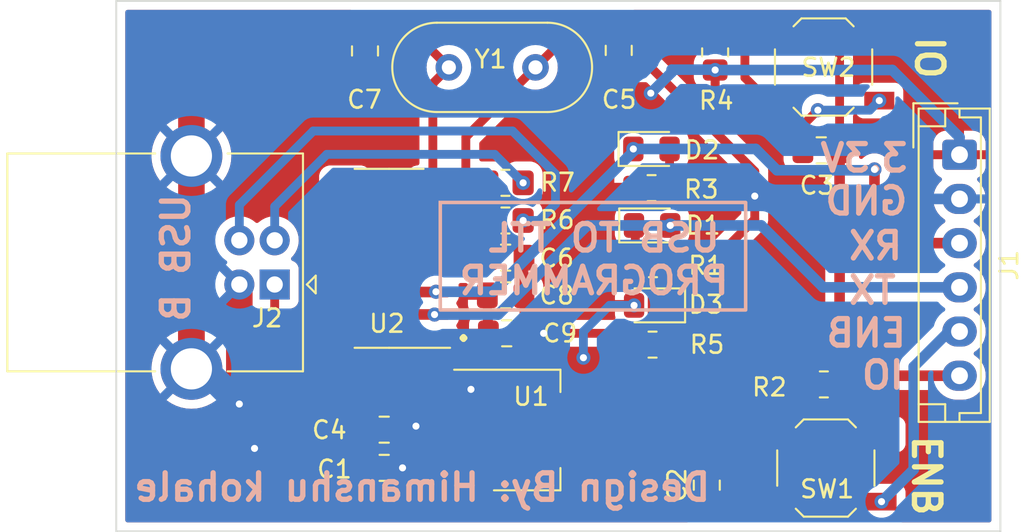
<source format=kicad_pcb>
(kicad_pcb (version 20211014) (generator pcbnew)
  (layers (0 "F.Cu" signal) (31 "B.Cu" signal) (34 "B.Paste" user) (35 "F.Paste" user) (36 "B.SilkS" user "B.Silkscreen") (37 "F.SilkS" user "F.Silkscreen") (38 "B.Mask" user) (39 "F.Mask" user) (44 "Edge.Cuts" user))
  (net 0 "")
  (net 1 "VBUS")
  (net 2 "GND")
  (net 3 "ENB")
  (net 4 "Net-(C2-Pad2)")
  (net 5 "IO")
  (net 6 "Net-(C3-Pad2)")
  (net 7 "3.3V")
  (net 8 "Net-(C5-Pad1)")
  (net 9 "Net-(C6-Pad1)")
  (net 10 "Net-(C7-Pad1)")
  (net 11 "Net-(D1-Pad1)")
  (net 12 "TX")
  (net 13 "RX")
  (net 14 "Net-(D2-Pad2)")
  (net 15 "Net-(D3-Pad1)")
  (net 16 "USB_N")
  (net 17 "USB_P")
  (net 18 "Net-(R6-Pad2)")
  (net 19 "Net-(R7-Pad2)")
  (footprint "Crystal:Crystal_HC18-U_Vertical" (layer "F.Cu") (at 135.28 79.76)
    (fp_text reference "Y1" (at 2.36 -0.46) (layer "F.SilkS"))
    (fp_text value "12MHz")
    (fp_line (start -0.675 -2.525) (end 5.575 -2.525) (layer "F.SilkS") (width 0.12))
    (fp_line (start -0.675 2.525) (end 5.575 2.525) (layer "F.SilkS") (width 0.12))
    (fp_arc (start -0.675 2.525) (mid -3.2 0) (end -0.675 -2.525) (layer "F.SilkS") (width 0.12))
    (fp_arc (start 5.575 -2.525) (mid 8.1 0) (end 5.575 2.525) (layer "F.SilkS") (width 0.12))
    (pad "1" thru_hole circle (at 0 0) (size 1.5 1.5) (drill 0.8) (layers *.Cu *.Mask) (net 10 "Net-(C7-Pad1)"))
    (pad "2" thru_hole circle (at 4.9 0) (size 1.5 1.5) (drill 0.8) (layers *.Cu *.Mask) (net 8 "Net-(C5-Pad1)"))
  )
  (footprint "Capacitor_SMD:C_0805_2012Metric_Pad1.18x1.45mm_HandSolder" (layer "F.Cu") (at 138.4925 90.52)
    (fp_text reference "C6" (at 2.8875 0.04) (layer "F.SilkS"))
    (fp_text value "0.1uf")
    (fp_line (start -0.261252 -0.735) (end 0.261252 -0.735) (layer "F.SilkS") (width 0.12))
    (fp_line (start -0.261252 0.735) (end 0.261252 0.735) (layer "F.SilkS") (width 0.12))
    (pad "1" smd roundrect (at -1.0375 0) (size 1.175 1.45) (layers "F.Cu" "F.Paste" "F.Mask") (roundrect_rratio 0.212766) (net 9 "Net-(C6-Pad1)"))
    (pad "2" smd roundrect (at 1.0375 0) (size 1.175 1.45) (layers "F.Cu" "F.Paste" "F.Mask") (roundrect_rratio 0.212766) (net 2 "GND"))
  )
  (footprint "Resistor_SMD:R_0805_2012Metric_Pad1.20x1.40mm_HandSolder" (layer "F.Cu") (at 146.8 95.44 180)
    (fp_text reference "R5" (at -3.08 0) (layer "F.SilkS"))
    (fp_text value "4.7k")
    (fp_line (start -0.227064 0.735) (end 0.227064 0.735) (layer "F.SilkS") (width 0.12))
    (fp_line (start -0.227064 -0.735) (end 0.227064 -0.735) (layer "F.SilkS") (width 0.12))
    (pad "1" smd roundrect (at -1 0 180) (size 1.2 1.4) (layers "F.Cu" "F.Paste" "F.Mask") (roundrect_rratio 0.208333) (net 15 "Net-(D3-Pad1)"))
    (pad "2" smd roundrect (at 1 0 180) (size 1.2 1.4) (layers "F.Cu" "F.Paste" "F.Mask") (roundrect_rratio 0.208333) (net 2 "GND"))
  )
  (footprint "Package_SO:SOIC-16_3.9x9.9mm_P1.27mm" (layer "F.Cu") (at 131.9 90.56 180)
    (fp_text reference "U2" (at 0.1225 -3.69) (layer "F.SilkS"))
    (fp_text value "CH340G")
    (fp_line (start 0 5.06) (end -1.95 5.06) (layer "F.SilkS") (width 0.12))
    (fp_line (start 0 5.06) (end 1.95 5.06) (layer "F.SilkS") (width 0.12))
    (fp_line (start 0 -5.06) (end -3.45 -5.06) (layer "F.SilkS") (width 0.12))
    (fp_line (start 0 -5.06) (end 1.95 -5.06) (layer "F.SilkS") (width 0.12))
    (pad "1" smd roundrect (at -2.475 -4.445 180) (size 1.95 0.6) (layers "F.Cu" "F.Paste" "F.Mask") (net 2 "GND"))
    (pad "2" smd roundrect (at -2.475 -3.175 180) (size 1.95 0.6) (layers "F.Cu" "F.Paste" "F.Mask") (net 12 "TX"))
    (pad "3" smd roundrect (at -2.475 -1.905 180) (size 1.95 0.6) (layers "F.Cu" "F.Paste" "F.Mask") (net 13 "RX"))
    (pad "4" smd roundrect (at -2.475 -0.635 180) (size 1.95 0.6) (layers "F.Cu" "F.Paste" "F.Mask") (net 9 "Net-(C6-Pad1)"))
    (pad "5" smd roundrect (at -2.475 0.635 180) (size 1.95 0.6) (layers "F.Cu" "F.Paste" "F.Mask") (net 18 "Net-(R6-Pad2)"))
    (pad "6" smd roundrect (at -2.475 1.905 180) (size 1.95 0.6) (layers "F.Cu" "F.Paste" "F.Mask") (net 19 "Net-(R7-Pad2)"))
    (pad "7" smd roundrect (at -2.475 3.175 180) (size 1.95 0.6) (layers "F.Cu" "F.Paste" "F.Mask") (net 8 "Net-(C5-Pad1)"))
    (pad "8" smd roundrect (at -2.475 4.445 180) (size 1.95 0.6) (layers "F.Cu" "F.Paste" "F.Mask") (net 10 "Net-(C7-Pad1)"))
    (pad "9" smd roundrect (at 2.475 4.445 180) (size 1.95 0.6) (layers "F.Cu" "F.Paste" "F.Mask"))
    (pad "10" smd roundrect (at 2.475 3.175 180) (size 1.95 0.6) (layers "F.Cu" "F.Paste" "F.Mask"))
    (pad "11" smd roundrect (at 2.475 1.905 180) (size 1.95 0.6) (layers "F.Cu" "F.Paste" "F.Mask"))
    (pad "12" smd roundrect (at 2.475 0.635 180) (size 1.95 0.6) (layers "F.Cu" "F.Paste" "F.Mask"))
    (pad "13" smd roundrect (at 2.475 -0.635 180) (size 1.95 0.6) (layers "F.Cu" "F.Paste" "F.Mask"))
    (pad "14" smd roundrect (at 2.475 -1.905 180) (size 1.95 0.6) (layers "F.Cu" "F.Paste" "F.Mask"))
    (pad "15" smd roundrect (at 2.475 -3.175 180) (size 1.95 0.6) (layers "F.Cu" "F.Paste" "F.Mask"))
    (pad "16" smd roundrect (at 2.475 -4.445 180) (size 1.95 0.6) (layers "F.Cu" "F.Paste" "F.Mask") (net 7 "3.3V"))
  )
  (footprint "Capacitor_SMD:C_0805_2012Metric_Pad1.18x1.45mm_HandSolder" (layer "F.Cu") (at 138.5525 94.8)
    (fp_text reference "C9" (at 3.0075 0) (layer "F.SilkS"))
    (fp_text value "22uf")
    (fp_line (start -0.261252 -0.735) (end 0.261252 -0.735) (layer "F.SilkS") (width 0.12))
    (fp_line (start -0.261252 0.735) (end 0.261252 0.735) (layer "F.SilkS") (width 0.12))
    (pad "1" smd roundrect (at -1.0375 0) (size 1.175 1.45) (layers "F.Cu" "F.Paste" "F.Mask") (roundrect_rratio 0.212766) (net 7 "3.3V"))
    (pad "2" smd roundrect (at 1.0375 0) (size 1.175 1.45) (layers "F.Cu" "F.Paste" "F.Mask") (roundrect_rratio 0.212766) (net 2 "GND"))
  )
  (footprint "Package_TO_SOT_SMD:SOT-223-3_TabPin2" (layer "F.Cu") (at 139.68 100.27)
    (fp_text reference "U1" (at 0.2475 -1.89) (layer "F.SilkS"))
    (fp_text value "AMS1117-3.3")
    (fp_line (start 1.91 -3.41) (end 1.91 -2.15) (layer "F.SilkS") (width 0.12))
    (fp_line (start -4.1 -3.41) (end 1.91 -3.41) (layer "F.SilkS") (width 0.12))
    (fp_line (start 1.91 3.41) (end 1.91 2.15) (layer "F.SilkS") (width 0.12))
    (fp_line (start -1.85 3.41) (end 1.91 3.41) (layer "F.SilkS") (width 0.12))
    (pad "1" smd rect (at -3.15 -2.3) (size 2 1.5) (layers "F.Cu" "F.Paste" "F.Mask") (net 2 "GND"))
    (pad "2" smd rect (at -3.15 0) (size 2 1.5) (layers "F.Cu" "F.Paste" "F.Mask") (net 7 "3.3V"))
    (pad "2" smd rect (at 3.15 0) (size 2 3.8) (layers "F.Cu" "F.Paste" "F.Mask") (net 7 "3.3V"))
    (pad "3" smd rect (at -3.15 2.3) (size 2 1.5) (layers "F.Cu" "F.Paste" "F.Mask") (net 1 "VBUS"))
  )
  (footprint "Capacitor_SMD:C_0805_2012Metric_Pad1.18x1.45mm_HandSolder" (layer "F.Cu") (at 156.34 84.45 180)
    (fp_text reference "C3" (at 0.24 -1.99) (layer "F.SilkS"))
    (fp_text value "0.1uf")
    (fp_line (start -0.261252 -0.735) (end 0.261252 -0.735) (layer "F.SilkS") (width 0.12))
    (fp_line (start -0.261252 0.735) (end 0.261252 0.735) (layer "F.SilkS") (width 0.12))
    (pad "1" smd roundrect (at -1.0375 0 180) (size 1.175 1.45) (layers "F.Cu" "F.Paste" "F.Mask") (roundrect_rratio 0.212766) (net 5 "IO"))
    (pad "2" smd roundrect (at 1.0375 0 180) (size 1.175 1.45) (layers "F.Cu" "F.Paste" "F.Mask") (roundrect_rratio 0.212766) (net 6 "Net-(C3-Pad2)"))
  )
  (footprint "Resistor_SMD:R_0805_2012Metric_Pad1.20x1.40mm_HandSolder" (layer "F.Cu") (at 156.4875 97.69 180)
    (fp_text reference "R2" (at 3.08 -0.16) (layer "F.SilkS"))
    (fp_text value "1k")
    (fp_line (start -0.227064 -0.735) (end 0.227064 -0.735) (layer "F.SilkS") (width 0.12))
    (fp_line (start -0.227064 0.735) (end 0.227064 0.735) (layer "F.SilkS") (width 0.12))
    (pad "1" smd roundrect (at -1 0 180) (size 1.2 1.4) (layers "F.Cu" "F.Paste" "F.Mask") (roundrect_rratio 0.208333) (net 4 "Net-(C2-Pad2)"))
    (pad "2" smd roundrect (at 1 0 180) (size 1.2 1.4) (layers "F.Cu" "F.Paste" "F.Mask") (roundrect_rratio 0.208333) (net 7 "3.3V"))
  )
  (footprint "Capacitor_SMD:C_0805_2012Metric_Pad1.18x1.45mm_HandSolder" (layer "F.Cu") (at 131.6225 100.25)
    (fp_text reference "C4" (at -3.1025 0.02) (layer "F.SilkS"))
    (fp_text value "0.1uf")
    (fp_line (start -0.261252 -0.735) (end 0.261252 -0.735) (layer "F.SilkS") (width 0.12))
    (fp_line (start -0.261252 0.735) (end 0.261252 0.735) (layer "F.SilkS") (width 0.12))
    (pad "1" smd roundrect (at -1.0375 0) (size 1.175 1.45) (layers "F.Cu" "F.Paste" "F.Mask") (roundrect_rratio 0.212766) (net 7 "3.3V"))
    (pad "2" smd roundrect (at 1.0375 0) (size 1.175 1.45) (layers "F.Cu" "F.Paste" "F.Mask") (roundrect_rratio 0.212766) (net 2 "GND"))
  )
  (footprint "Capacitor_SMD:C_0805_2012Metric_Pad1.18x1.45mm_HandSolder" (layer "F.Cu") (at 138.4925 92.65)
    (fp_text reference "C8" (at 2.8875 0) (layer "F.SilkS"))
    (fp_text value "0.1uf")
    (fp_line (start -0.261252 -0.735) (end 0.261252 -0.735) (layer "F.SilkS") (width 0.12))
    (fp_line (start -0.261252 0.735) (end 0.261252 0.735) (layer "F.SilkS") (width 0.12))
    (pad "1" smd roundrect (at -1.0375 0) (size 1.175 1.45) (layers "F.Cu" "F.Paste" "F.Mask") (roundrect_rratio 0.212766) (net 7 "3.3V"))
    (pad "2" smd roundrect (at 1.0375 0) (size 1.175 1.45) (layers "F.Cu" "F.Paste" "F.Mask") (roundrect_rratio 0.212766) (net 2 "GND"))
  )
  (footprint "Resistor_SMD:R_0805_2012Metric_Pad1.20x1.40mm_HandSolder" (layer "F.Cu") (at 146.825 90.89)
    (fp_text reference "R1" (at 2.98 0.08) (layer "F.SilkS"))
    (fp_text value "1k")
    (fp_line (start -0.227064 0.735) (end 0.227064 0.735) (layer "F.SilkS") (width 0.12))
    (fp_line (start -0.227064 -0.735) (end 0.227064 -0.735) (layer "F.SilkS") (width 0.12))
    (pad "1" smd roundrect (at -1 0) (size 1.2 1.4) (layers "F.Cu" "F.Paste" "F.Mask") (roundrect_rratio 0.208333) (net 11 "Net-(D1-Pad1)"))
    (pad "2" smd roundrect (at 1 0) (size 1.2 1.4) (layers "F.Cu" "F.Paste" "F.Mask") (roundrect_rratio 0.208333) (net 2 "GND"))
  )
  (footprint "Resistor_SMD:R_0805_2012Metric_Pad1.20x1.40mm_HandSolder" (layer "F.Cu") (at 138.48 86.29 180)
    (fp_text reference "R7" (at -2.95 0.02) (layer "F.SilkS"))
    (fp_text value "4.7k")
    (fp_line (start -0.227064 -0.735) (end 0.227064 -0.735) (layer "F.SilkS") (width 0.12))
    (fp_line (start -0.227064 0.735) (end 0.227064 0.735) (layer "F.SilkS") (width 0.12))
    (pad "1" smd roundrect (at -1 0 180) (size 1.2 1.4) (layers "F.Cu" "F.Paste" "F.Mask") (roundrect_rratio 0.208333) (net 16 "USB_N"))
    (pad "2" smd roundrect (at 1 0 180) (size 1.2 1.4) (layers "F.Cu" "F.Paste" "F.Mask") (roundrect_rratio 0.208333) (net 19 "Net-(R7-Pad2)"))
  )
  (footprint "Resistor_SMD:R_0805_2012Metric_Pad1.20x1.40mm_HandSolder" (layer "F.Cu") (at 146.745 86.59 180)
    (fp_text reference "R3" (at -2.81 -0.07) (layer "F.SilkS"))
    (fp_text value "1k")
    (fp_line (start -0.227064 -0.735) (end 0.227064 -0.735) (layer "F.SilkS") (width 0.12))
    (fp_line (start -0.227064 0.735) (end 0.227064 0.735) (layer "F.SilkS") (width 0.12))
    (pad "1" smd roundrect (at -1 0 180) (size 1.2 1.4) (layers "F.Cu" "F.Paste" "F.Mask") (roundrect_rratio 0.208333) (net 14 "Net-(D2-Pad2)"))
    (pad "2" smd roundrect (at 1 0 180) (size 1.2 1.4) (layers "F.Cu" "F.Paste" "F.Mask") (roundrect_rratio 0.208333) (net 7 "3.3V"))
  )
  (footprint "Connector_USB:USB_B_OST_USB-B1HSxx_Horizontal" (layer "F.Cu") (at 125.43 92.04 180)
    (fp_text reference "J2" (at 0.4275 -1.9) (layer "F.SilkS"))
    (fp_text value "USB_B")
    (fp_line (start -2.32 -0.5) (end -2.32 0.5) (layer "F.SilkS") (width 0.12))
    (fp_line (start -1.6 -4.91) (end -1.6 7.41) (layer "F.SilkS") (width 0.12))
    (fp_line (start -1.82 0) (end -2.32 -0.5) (layer "F.SilkS") (width 0.12))
    (fp_line (start 15.12 -4.91) (end 15.12 7.41) (layer "F.SilkS") (width 0.12))
    (fp_line (start 2.66 -4.91) (end -1.6 -4.91) (layer "F.SilkS") (width 0.12))
    (fp_line (start 6.76 -4.91) (end 15.12 -4.91) (layer "F.SilkS") (width 0.12))
    (fp_line (start 15.12 7.41) (end 6.76 7.41) (layer "F.SilkS") (width 0.12))
    (fp_line (start -1.6 7.41) (end 2.66 7.41) (layer "F.SilkS") (width 0.12))
    (fp_line (start -2.32 0.5) (end -1.82 0) (layer "F.SilkS") (width 0.12))
    (pad "1" thru_hole rect (at 0 0 180) (size 1.7 1.7) (drill 0.92) (layers *.Cu *.Mask) (net 1 "VBUS"))
    (pad "2" thru_hole circle (at 0 2.5 180) (size 1.7 1.7) (drill 0.92) (layers *.Cu *.Mask) (net 16 "USB_N"))
    (pad "3" thru_hole circle (at 2 2.5 180) (size 1.7 1.7) (drill 0.92) (layers *.Cu *.Mask) (net 17 "USB_P"))
    (pad "4" thru_hole circle (at 2 0 180) (size 1.7 1.7) (drill 0.92) (layers *.Cu *.Mask) (net 2 "GND"))
    (pad "5" thru_hole circle (at 4.71 7.27 180) (size 3.5 3.5) (drill 2.33) (layers *.Cu *.Mask) (net 2 "GND"))
    (pad "5" thru_hole circle (at 4.71 -4.77 180) (size 3.5 3.5) (drill 2.33) (layers *.Cu *.Mask) (net 2 "GND"))
  )
  (footprint "Capacitor_SMD:C_0805_2012Metric_Pad1.18x1.45mm_HandSolder" (layer "F.Cu") (at 144.8875 78.8 -90)
    (fp_text reference "C5" (at 2.78 -0.02) (layer "F.SilkS"))
    (fp_text value "22pf")
    (fp_line (start -0.261252 -0.735) (end 0.261252 -0.735) (layer "F.SilkS") (width 0.12))
    (fp_line (start -0.261252 0.735) (end 0.261252 0.735) (layer "F.SilkS") (width 0.12))
    (pad "1" smd roundrect (at -1.0375 0 270) (size 1.175 1.45) (layers "F.Cu" "F.Paste" "F.Mask") (roundrect_rratio 0.212766) (net 8 "Net-(C5-Pad1)"))
    (pad "2" smd roundrect (at 1.0375 0 270) (size 1.175 1.45) (layers "F.Cu" "F.Paste" "F.Mask") (roundrect_rratio 0.212766) (net 2 "GND"))
  )
  (footprint "Connector_JST:JST_EH_B6B-EH-A_1x06_P2.50mm_Vertical" (layer "F.Cu") (at 164.16 84.7 -90)
    (fp_text reference "J1" (at 6.25 -2.8 90) (layer "F.SilkS"))
    (fp_text value "Conn_01x06_Male")
    (fp_line (start 14.11 0.81) (end 14.11 2.31) (layer "F.SilkS") (width 0.12))
    (fp_line (start 15.11 -1.71) (end -2.61 -1.71) (layer "F.SilkS") (width 0.12))
    (fp_line (start -2.61 -1.71) (end -2.61 2.31) (layer "F.SilkS") (width 0.12))
    (fp_line (start -2.11 -1.21) (end 14.61 -1.21) (layer "F.SilkS") (width 0.12))
    (fp_line (start 14.61 0) (end 15.11 0) (layer "F.SilkS") (width 0.12))
    (fp_line (start -1.61 0.81) (end -1.61 2.31) (layer "F.SilkS") (width 0.12))
    (fp_line (start -2.61 0) (end -2.11 0) (layer "F.SilkS") (width 0.12))
    (fp_line (start -2.61 2.31) (end 15.11 2.31) (layer "F.SilkS") (width 0.12))
    (fp_line (start -2.91 2.61) (end -0.41 2.61) (layer "F.SilkS") (width 0.12))
    (fp_line (start 15.11 2.31) (end 15.11 -1.71) (layer "F.SilkS") (width 0.12))
    (fp_line (start -2.11 0) (end -2.11 -1.21) (layer "F.SilkS") (width 0.12))
    (fp_line (start -2.91 0.11) (end -2.91 2.61) (layer "F.SilkS") (width 0.12))
    (fp_line (start -2.61 0.81) (end -1.61 0.81) (layer "F.SilkS") (width 0.12))
    (fp_line (start 15.11 0.81) (end 14.11 0.81) (layer "F.SilkS") (width 0.12))
    (fp_line (start 14.61 -1.21) (end 14.61 0) (layer "F.SilkS") (width 0.12))
    (pad "1" thru_hole roundrect (at 0 0 270) (size 1.7 1.95) (drill 0.95) (layers *.Cu *.Mask) (roundrect_rratio 0.147059) (net 7 "3.3V"))
    (pad "2" thru_hole oval (at 2.5 0 270) (size 1.7 1.95) (drill 0.95) (layers *.Cu *.Mask) (net 2 "GND"))
    (pad "3" thru_hole oval (at 5 0 270) (size 1.7 1.95) (drill 0.95) (layers *.Cu *.Mask) (net 13 "RX"))
    (pad "4" thru_hole oval (at 7.5 0 270) (size 1.7 1.95) (drill 0.95) (layers *.Cu *.Mask) (net 12 "TX"))
    (pad "5" thru_hole oval (at 10 0 270) (size 1.7 1.95) (drill 0.95) (layers *.Cu *.Mask) (net 3 "ENB"))
    (pad "6" thru_hole oval (at 12.5 0 270) (size 1.7 1.95) (drill 0.95) (layers *.Cu *.Mask) (net 5 "IO"))
  )
  (footprint "Button_Switch_SMD:SW_SPST_TL3342" (layer "F.Cu") (at 156.6 102.42 180)
    (fp_text reference "SW1" (at -0.075 -1.19) (layer "F.SilkS"))
    (fp_text value "SW_Push")
    (fp_line (start 1.7 -2.3) (end 1.25 -2.75) (layer "F.SilkS") (width 0.12))
    (fp_line (start -1.7 2.3) (end -1.25 2.75) (layer "F.SilkS") (width 0.12))
    (fp_line (start -1.25 2.75) (end 1.25 2.75) (layer "F.SilkS") (width 0.12))
    (fp_line (start 2.75 -1) (end 2.75 1) (layer "F.SilkS") (width 0.12))
    (fp_line (start -2.75 -1) (end -2.75 1) (layer "F.SilkS") (width 0.12))
    (fp_line (start 1.7 2.3) (end 1.25 2.75) (layer "F.SilkS") (width 0.12))
    (fp_line (start -1.7 -2.3) (end -1.25 -2.75) (layer "F.SilkS") (width 0.12))
    (fp_line (start -1.25 -2.75) (end 1.25 -2.75) (layer "F.SilkS") (width 0.12))
    (pad "1" smd rect (at -3.15 -1.9 180) (size 1.7 1) (layers "F.Cu" "F.Paste" "F.Mask") (net 3 "ENB"))
    (pad "1" smd rect (at 3.15 -1.9 180) (size 1.7 1) (layers "F.Cu" "F.Paste" "F.Mask") (net 3 "ENB"))
    (pad "2" smd rect (at -3.15 1.9 180) (size 1.7 1) (layers "F.Cu" "F.Paste" "F.Mask") (net 4 "Net-(C2-Pad2)"))
    (pad "2" smd rect (at 3.15 1.9 180) (size 1.7 1) (layers "F.Cu" "F.Paste" "F.Mask") (net 4 "Net-(C2-Pad2)"))
  )
  (footprint "Capacitor_SMD:C_0805_2012Metric_Pad1.18x1.45mm_HandSolder" (layer "F.Cu") (at 130.5375 78.83 -90)
    (fp_text reference "C7" (at 2.75 0.03) (layer "F.SilkS"))
    (fp_text value "22pf")
    (fp_line (start -0.261252 0.735) (end 0.261252 0.735) (layer "F.SilkS") (width 0.12))
    (fp_line (start -0.261252 -0.735) (end 0.261252 -0.735) (layer "F.SilkS") (width 0.12))
    (pad "1" smd roundrect (at -1.0375 0 270) (size 1.175 1.45) (layers "F.Cu" "F.Paste" "F.Mask") (roundrect_rratio 0.212766) (net 10 "Net-(C7-Pad1)"))
    (pad "2" smd roundrect (at 1.0375 0 270) (size 1.175 1.45) (layers "F.Cu" "F.Paste" "F.Mask") (roundrect_rratio 0.212766) (net 2 "GND"))
  )
  (footprint "Capacitor_SMD:C_0805_2012Metric_Pad1.18x1.45mm_HandSolder" (layer "F.Cu") (at 131.6225 102.41)
    (fp_text reference "C1" (at -2.8125 0.08) (layer "F.SilkS"))
    (fp_text value "10uf")
    (fp_line (start -0.261252 0.735) (end 0.261252 0.735) (layer "F.SilkS") (width 0.12))
    (fp_line (start -0.261252 -0.735) (end 0.261252 -0.735) (layer "F.SilkS") (width 0.12))
    (pad "1" smd roundrect (at -1.0375 0) (size 1.175 1.45) (layers "F.Cu" "F.Paste" "F.Mask") (roundrect_rratio 0.212766) (net 1 "VBUS"))
    (pad "2" smd roundrect (at 1.0375 0) (size 1.175 1.45) (layers "F.Cu" "F.Paste" "F.Mask") (roundrect_rratio 0.212766) (net 2 "GND"))
  )
  (footprint "LED_SMD:LED_0805_2012Metric_Pad1.15x1.40mm_HandSolder" (layer "F.Cu") (at 146.775 88.7)
    (fp_text reference "D1" (at 2.8875 -0.005) (layer "F.SilkS"))
    (fp_text value "LED")
    (fp_line (start 1 -0.96) (end -1.86 -0.96) (layer "F.SilkS") (width 0.12))
    (fp_line (start -1.86 0.96) (end 1 0.96) (layer "F.SilkS") (width 0.12))
    (fp_line (start -1.86 -0.96) (end -1.86 0.96) (layer "F.SilkS") (width 0.12))
    (pad "1" smd roundrect (at -1.025 0) (size 1.15 1.4) (layers "F.Cu" "F.Paste" "F.Mask") (roundrect_rratio 0.217391) (net 11 "Net-(D1-Pad1)"))
    (pad "2" smd roundrect (at 1.025 0) (size 1.15 1.4) (layers "F.Cu" "F.Paste" "F.Mask") (roundrect_rratio 0.217391) (net 12 "TX"))
  )
  (footprint "Button_Switch_SMD:SW_SPST_TL3342" (layer "F.Cu") (at 156.4725 79.74)
    (fp_text reference "SW2" (at 0.275 0.03) (layer "F.SilkS"))
    (fp_text value "SW_Push")
    (fp_line (start -1.7 2.3) (end -1.25 2.75) (layer "F.SilkS") (width 0.12))
    (fp_line (start -1.25 2.75) (end 1.25 2.75) (layer "F.SilkS") (width 0.12))
    (fp_line (start 1.7 2.3) (end 1.25 2.75) (layer "F.SilkS") (width 0.12))
    (fp_line (start 2.75 -1) (end 2.75 1) (layer "F.SilkS") (width 0.12))
    (fp_line (start 1.7 -2.3) (end 1.25 -2.75) (layer "F.SilkS") (width 0.12))
    (fp_line (start -2.75 -1) (end -2.75 1) (layer "F.SilkS") (width 0.12))
    (fp_line (start -1.25 -2.75) (end 1.25 -2.75) (layer "F.SilkS") (width 0.12))
    (fp_line (start -1.7 -2.3) (end -1.25 -2.75) (layer "F.SilkS") (width 0.12))
    (pad "1" smd rect (at 3.15 -1.9) (size 1.7 1) (layers "F.Cu" "F.Paste" "F.Mask") (net 5 "IO"))
    (pad "1" smd rect (at -3.15 -1.9) (size 1.7 1) (layers "F.Cu" "F.Paste" "F.Mask") (net 5 "IO"))
    (pad "2" smd rect (at 3.15 1.9) (size 1.7 1) (layers "F.Cu" "F.Paste" "F.Mask") (net 6 "Net-(C3-Pad2)"))
    (pad "2" smd rect (at -3.15 1.9) (size 1.7 1) (layers "F.Cu" "F.Paste" "F.Mask") (net 6 "Net-(C3-Pad2)"))
  )
  (footprint "LED_SMD:LED_0805_2012Metric_Pad1.15x1.40mm_HandSolder" (layer "F.Cu") (at 146.7375 84.375)
    (fp_text reference "D2" (at 2.8575 0.065) (layer "F.SilkS"))
    (fp_text value "LED")
    (fp_line (start -1.86 -0.96) (end -1.86 0.96) (layer "F.SilkS") (width 0.12))
    (fp_line (start 1 -0.96) (end -1.86 -0.96) (layer "F.SilkS") (width 0.12))
    (fp_line (start -1.86 0.96) (end 1 0.96) (layer "F.SilkS") (width 0.12))
    (pad "1" smd roundrect (at -1.025 0) (size 1.15 1.4) (layers "F.Cu" "F.Paste" "F.Mask") (roundrect_rratio 0.217391) (net 13 "RX"))
    (pad "2" smd roundrect (at 1.025 0) (size 1.15 1.4) (layers "F.Cu" "F.Paste" "F.Mask") (roundrect_rratio 0.217391) (net 14 "Net-(D2-Pad2)"))
  )
  (footprint "LED_SMD:LED_0805_2012Metric_Pad1.15x1.40mm_HandSolder" (layer "F.Cu") (at 146.78 93.22 180)
    (fp_text reference "D3" (at -3.04 0.05) (layer "F.SilkS"))
    (fp_text value "LED")
    (fp_line (start -1.86 0.96) (end 1 0.96) (layer "F.SilkS") (width 0.12))
    (fp_line (start 1 -0.96) (end -1.86 -0.96) (layer "F.SilkS") (width 0.12))
    (fp_line (start -1.86 -0.96) (end -1.86 0.96) (layer "F.SilkS") (width 0.12))
    (pad "1" smd roundrect (at -1.025 0 180) (size 1.15 1.4) (layers "F.Cu" "F.Paste" "F.Mask") (roundrect_rratio 0.217391) (net 15 "Net-(D3-Pad1)"))
    (pad "2" smd roundrect (at 1.025 0 180) (size 1.15 1.4) (layers "F.Cu" "F.Paste" "F.Mask") (roundrect_rratio 0.217391) (net 7 "3.3V"))
  )
  (footprint "Resistor_SMD:R_0805_2012Metric_Pad1.20x1.40mm_HandSolder" (layer "F.Cu") (at 150.34 78.91 -90)
    (fp_text reference "R4" (at 2.73 -0.06 180) (layer "F.SilkS"))
    (fp_text value "1k")
    (fp_line (start -0.227064 0.735) (end 0.227064 0.735) (layer "F.SilkS") (width 0.12))
    (fp_line (start -0.227064 -0.735) (end 0.227064 -0.735) (layer "F.SilkS") (width 0.12))
    (pad "1" smd roundrect (at -1 0 270) (size 1.2 1.4) (layers "F.Cu" "F.Paste" "F.Mask") (roundrect_rratio 0.208333) (net 6 "Net-(C3-Pad2)"))
    (pad "2" smd roundrect (at 1 0 270) (size 1.2 1.4) (layers "F.Cu" "F.Paste" "F.Mask") (roundrect_rratio 0.208333) (net 7 "3.3V"))
  )
  (footprint "Resistor_SMD:R_0805_2012Metric_Pad1.20x1.40mm_HandSolder" (layer "F.Cu") (at 138.48 88.42 180)
    (fp_text reference "R6" (at -2.93 0.03) (layer "F.SilkS"))
    (fp_text value "4.7k")
    (fp_line (start -0.227064 -0.735) (end 0.227064 -0.735) (layer "F.SilkS") (width 0.12))
    (fp_line (start -0.227064 0.735) (end 0.227064 0.735) (layer "F.SilkS") (width 0.12))
    (pad "1" smd roundrect (at -1 0 180) (size 1.2 1.4) (layers "F.Cu" "F.Paste" "F.Mask") (roundrect_rratio 0.208333) (net 17 "USB_P"))
    (pad "2" smd roundrect (at 1 0 180) (size 1.2 1.4) (layers "F.Cu" "F.Paste" "F.Mask") (roundrect_rratio 0.208333) (net 18 "Net-(R6-Pad2)"))
  )
  (footprint "Capacitor_SMD:C_0805_2012Metric_Pad1.18x1.45mm_HandSolder" (layer "F.Cu") (at 149.8675 103.39 90)
    (fp_text reference "C2" (at 0 -1.68 90) (layer "F.SilkS"))
    (fp_text value "0.1uf")
    (fp_line (start -0.261252 0.735) (end 0.261252 0.735) (layer "F.SilkS") (width 0.12))
    (fp_line (start -0.261252 -0.735) (end 0.261252 -0.735) (layer "F.SilkS") (width 0.12))
    (pad "1" smd roundrect (at -1.0375 0 90) (size 1.175 1.45) (layers "F.Cu" "F.Paste" "F.Mask") (roundrect_rratio 0.212766) (net 3 "ENB"))
    (pad "2" smd roundrect (at 1.0375 0 90) (size 1.175 1.45) (layers "F.Cu" "F.Paste" "F.Mask") (roundrect_rratio 0.212766) (net 4 "Net-(C2-Pad2)"))
  )
  (gr_rect (start 134.795 87.4) (end 152.065 93.48) (layer "B.SilkS") (width 0.2) (fill none))
  (gr_line (start 166.4725 76) (end 166.4725 106) (layer "Edge.Cuts") (width 0.1))
  (gr_line (start 116.4725 76) (end 116.4725 106) (layer "Edge.Cuts") (width 0.1))
  (gr_line (start 116.4725 76) (end 166.4725 76) (layer "Edge.Cuts") (width 0.1))
  (gr_line (start 116.4725 106) (end 166.4725 106) (layer "Edge.Cuts") (width 0.1))
  (gr_text "3.3V\n" (at 158.76 84.89) (layer "B.SilkS") (effects (font (size 1.5 1.5) (thickness 0.3)) (justify mirror)))
  (gr_text "ENB" (at 158.88 94.79) (layer "B.SilkS") (effects (font (size 1.5 1.5) (thickness 0.3)) (justify mirror)))
  (gr_text "USB B " (at 119.84 91.11 90) (layer "B.SilkS") (effects (font (size 1.5 1.5) (thickness 0.3)) (justify mirror)))
  (gr_text "RX" (at 159.41 89.86) (layer "B.SilkS") (effects (font (size 1.5 1.5) (thickness 0.3)) (justify mirror)))
  (gr_text "IO" (at 159.82 97.17) (layer "B.SilkS") (effects (font (size 1.5 1.5) (thickness 0.3)) (justify mirror)))
  (gr_text "Design By: Himanshu kohale" (at 133.77 103.51) (layer "B.SilkS") (effects (font (size 1.5 1.5) (thickness 0.3)) (justify mirror)))
  (gr_text "GND\n" (at 158.89 87.32) (layer "B.SilkS") (effects (font (size 1.5 1.5) (thickness 0.3)) (justify mirror)))
  (gr_text "TX" (at 159.23 92.37) (layer "B.SilkS") (effects (font (size 1.5 1.5) (thickness 0.3)) (justify mirror)))
  (gr_text "USB TO TTL \nPROGRAMMER" (at 143.49 90.62) (layer "B.SilkS") (effects (font (size 1.5 1.5) (thickness 0.3)) (justify mirror)))
  (gr_text "ENB" (at 162.29 102.85 270) (layer "F.SilkS") (effects (font (size 1.5 1.5) (thickness 0.3))))
  (gr_text "." (at 136.1075 94.46) (layer "F.SilkS") (effects (font (size 1.5 1.5) (thickness 0.3))))
  (gr_text "IO" (at 162.46 79.21 270) (layer "F.SilkS") (effects (font (size 1.5 1.5) (thickness 0.3))))
  (segment (start 134.67 104.43) (end 136.53 102.57) (width 0.5) (layer "F.Cu") (net 1))
  (segment (start 130.585 103.305) (end 131.71 104.43) (width 0.5) (layer "F.Cu") (net 1))
  (segment (start 125.43 92.04) (end 125.43 100.01) (width 0.5) (layer "F.Cu") (net 1))
  (segment (start 125.43 100.01) (end 127.83 102.41) (width 0.5) (layer "F.Cu") (net 1))
  (segment (start 127.83 102.41) (end 130.585 102.41) (width 0.5) (layer "F.Cu") (net 1))
  (segment (start 130.585 102.41) (end 130.585 103.305) (width 0.5) (layer "F.Cu") (net 1))
  (segment (start 131.71 104.43) (end 134.67 104.43) (width 0.5) (layer "F.Cu") (net 1))
  (segment (start 140.64 94.8) (end 145.16 94.8) (width 0.5) (layer "F.Cu") (net 2))
  (segment (start 147.825 91.285) (end 147.825 90.89) (width 0.5) (layer "F.Cu") (net 2))
  (segment (start 134.375 95.005) (end 134.375 95.815) (width 0.5) (layer "F.Cu") (net 2))
  (segment (start 123.43 92.04) (end 123.43 98.8) (width 1.5) (layer "F.Cu") (net 2))
  (segment (start 146.78 93.959949) (end 146.78 92.33) (width 0.5) (layer "F.Cu") (net 2))
  (segment (start 152.58 88.35) (end 150.04 90.89) (width 0.5) (layer "F.Cu") (net 2))
  (segment (start 123.43 100.45) (end 124.29 101.31) (width 1.5) (layer "F.Cu") (net 2))
  (segment (start 152.58 87.04) (end 152.58 88.35) (width 0.5) (layer "F.Cu") (net 2))
  (segment (start 132.66 100.25) (end 133.22 100.25) (width 0.5) (layer "F.Cu") (net 2))
  (segment (start 144.8875 79.8375) (end 146.7775 79.8375) (width 0.5) (layer "F.Cu") (net 2))
  (segment (start 132.66 100.25) (end 132.66 102.41) (width 0.5) (layer "F.Cu") (net 2))
  (segment (start 123.43 98.8) (end 123.43 100.45) (width 1.5) (layer "F.Cu") (net 2))
  (segment (start 120.72 82.3) (end 123.1525 79.8675) (width 1.5) (layer "F.Cu") (net 2))
  (segment (start 146.78 92.33) (end 147.825 91.285) (width 0.5) (layer "F.Cu") (net 2))
  (segment (start 120.72 96.81) (end 120.72 94.75) (width 1.5) (layer "F.Cu") (net 2))
  (segment (start 120.72 84.77) (end 120.72 96.81) (width 1.5) (layer "F.Cu") (net 2))
  (segment (start 146.7775 79.8375) (end 152.58 85.64) (width 0.5) (layer "F.Cu") (net 2))
  (segment (start 146.74 93.999949) (end 146.78 93.959949) (width 0.5) (layer "F.Cu") (net 2))
  (segment (start 139.53 94.74) (end 139.59 94.8) (width 0.5) (layer "F.Cu") (net 2))
  (segment (start 139.53 90.52) (end 139.53 94.74) (width 0.5) (layer "F.Cu") (net 2))
  (segment (start 146.74 94.89) (end 146.74 93.999949) (width 0.5) (layer "F.Cu") (net 2))
  (segment (start 152.58 85.64) (end 152.58 87.04) (width 0.5) (layer "F.Cu") (net 2))
  (segment (start 150.04 90.89) (end 147.825 90.89) (width 0.5) (layer "F.Cu") (net 2))
  (segment (start 146.19 95.44) (end 146.74 94.89) (width 0.5) (layer "F.Cu") (net 2))
  (segment (start 123.1525 79.8675) (end 130.5375 79.8675) (width 1.5) (layer "F.Cu") (net 2))
  (segment (start 145.8 95.44) (end 146.19 95.44) (width 0.5) (layer "F.Cu") (net 2))
  (segment (start 133.22 100.25) (end 133.42 100.05) (width 0.5) (layer "F.Cu") (net 2))
  (segment (start 120.72 84.77) (end 120.72 82.3) (width 1.5) (layer "F.Cu") (net 2))
  (segment (start 134.375 95.815) (end 136.53 97.97) (width 0.5) (layer "F.Cu") (net 2))
  (segment (start 145.16 94.8) (end 145.8 95.44) (width 0.5) (layer "F.Cu") (net 2))
  (segment (start 139.59 94.8) (end 140.64 94.8) (width 0.5) (layer "F.Cu") (net 2))
  (via (at 123.43 98.8) (size 0.8) (drill 0.4) (layers "F.Cu" "B.Cu") (net 2))
  (via (at 124.29 101.31) (size 0.8) (drill 0.4) (layers "F.Cu" "B.Cu") (net 2))
  (via (at 133.42 100.05) (size 0.8) (drill 0.4) (layers "F.Cu" "B.Cu") (net 2))
  (via (at 152.58 87.04) (size 0.8) (drill 0.4) (layers "F.Cu" "B.Cu") (net 2))
  (via (at 140.64 94.8) (size 0.8) (drill 0.4) (layers "F.Cu" "B.Cu") (net 2))
  (via (at 136.53 97.97) (size 0.8) (drill 0.4) (layers "F.Cu" "B.Cu") (net 2))
  (via (at 132.66 102.41) (size 0.8) (drill 0.4) (layers "F.Cu" "B.Cu") (net 2))
  (segment (start 124.29 101.31) (end 126.61 103.63) (width 1.5) (layer "B.Cu") (net 2))
  (segment (start 120.72 96.81) (end 121.44 96.81) (width 1.5) (layer "B.Cu") (net 2))
  (segment (start 152.74 87.2) (end 152.58 87.04) (width 0.6) (layer "B.Cu") (net 2))
  (segment (start 136.53 97.97) (end 138.93 97.97) (width 0.5) (layer "B.Cu") (net 2))
  (segment (start 121.44 96.81) (end 123.43 98.8) (width 1.5) (layer "B.Cu") (net 2))
  (segment (start 164.16 87.2) (end 152.74 87.2) (width 0.6) (layer "B.Cu") (net 2))
  (segment (start 138.93 97.97) (end 140.64 96.26) (width 0.5) (layer "B.Cu") (net 2))
  (segment (start 140.64 96.26) (end 140.64 94.8) (width 0.5) (layer "B.Cu") (net 2))
  (segment (start 131.44 103.63) (end 132.66 102.41) (width 1.5) (layer "B.Cu") (net 2))
  (segment (start 133.42 100.05) (end 134.45 100.05) (width 0.5) (layer "B.Cu") (net 2))
  (segment (start 126.61 103.63) (end 131.44 103.63) (width 1.5) (layer "B.Cu") (net 2))
  (segment (start 134.45 100.05) (end 136.53 97.97) (width 0.5) (layer "B.Cu") (net 2))
  (segment (start 149.975 104.32) (end 159.75 104.32) (width 0.6) (layer "F.Cu") (net 3))
  (segment (start 149.8675 104.4275) (end 149.975 104.32) (width 0.6) (layer "F.Cu") (net 3))
  (via (at 159.75 104.32) (size 0.8) (drill 0.4) (layers "F.Cu" "B.Cu") (net 3))
  (segment (start 163.56 94.7) (end 161.57 96.69) (width 0.6) (layer "B.Cu") (net 3))
  (segment (start 161.57 102.5) (end 159.75 104.32) (width 0.6) (layer "B.Cu") (net 3))
  (segment (start 164.16 94.7) (end 163.56 94.7) (width 0.6) (layer "B.Cu") (net 3))
  (segment (start 161.57 96.69) (end 161.57 102.5) (width 0.6) (layer "B.Cu") (net 3))
  (segment (start 153.45 100.52) (end 159.75 100.52) (width 0.6) (layer "F.Cu") (net 4))
  (segment (start 157.4875 97.69) (end 157.4875 98.2575) (width 0.6) (layer "F.Cu") (net 4))
  (segment (start 149.8675 102.3525) (end 151.6175 102.3525) (width 0.6) (layer "F.Cu") (net 4))
  (segment (start 151.6175 102.3525) (end 153.45 100.52) (width 0.6) (layer "F.Cu") (net 4))
  (segment (start 157.4875 98.2575) (end 159.75 100.52) (width 0.6) (layer "F.Cu") (net 4))
  (segment (start 160.43 97.2) (end 157.3775 94.1475) (width 0.6) (layer "F.Cu") (net 5))
  (segment (start 157.3775 77.9325) (end 157.47 77.84) (width 0.5) (layer "F.Cu") (net 5))
  (segment (start 153.3225 77.84) (end 157.47 77.84) (width 0.5) (layer "F.Cu") (net 5))
  (segment (start 157.3775 84.45) (end 157.3775 77.9325) (width 0.5) (layer "F.Cu") (net 5))
  (segment (start 157.47 77.84) (end 159.6225 77.84) (width 0.5) (layer "F.Cu") (net 5))
  (segment (start 157.3775 94.1475) (end 157.3775 84.45) (width 0.6) (layer "F.Cu") (net 5))
  (segment (start 164.16 97.2) (end 160.43 97.2) (width 0.6) (layer "F.Cu") (net 5))
  (segment (start 151.47 77.91) (end 152.0225 78.4625) (width 0.5) (layer "F.Cu") (net 6))
  (segment (start 153.3225 82.47) (end 155.3025 84.45) (width 0.5) (layer "F.Cu") (net 6))
  (segment (start 155.3025 83.0275) (end 156.15 82.18) (width 0.5) (layer "F.Cu") (net 6))
  (segment (start 152.0225 78.4625) (end 152.0225 80.34) (width 0.5) (layer "F.Cu") (net 6))
  (segment (start 150.34 77.91) (end 151.47 77.91) (width 0.5) (layer "F.Cu") (net 6))
  (segment (start 153.3225 81.64) (end 153.3225 82.47) (width 0.5) (layer "F.Cu") (net 6))
  (segment (start 152.0225 80.34) (end 153.3225 81.64) (width 0.5) (layer "F.Cu") (net 6))
  (segment (start 155.3025 84.45) (end 155.3025 83.0275) (width 0.5) (layer "F.Cu") (net 6))
  (via (at 159.6225 81.64) (size 0.8) (drill 0.4) (layers "F.Cu" "B.Cu") (net 6))
  (via (at 156.15 82.18) (size 0.8) (drill 0.4) (layers "F.Cu" "B.Cu") (net 6))
  (segment (start 159.0825 82.18) (end 159.6225 81.64) (width 0.5) (layer "B.Cu") (net 6))
  (segment (start 156.15 82.18) (end 159.0825 82.18) (width 0.5) (layer "B.Cu") (net 6))
  (segment (start 143.29 87.81) (end 143.29 91.98) (width 0.6) (layer "F.Cu") (net 7))
  (segment (start 130.585 100.25) (end 130.585 99.135) (width 0.5) (layer "F.Cu") (net 7))
  (segment (start 137.455 94.74) (end 137.515 94.8) (width 0.5) (layer "F.Cu") (net 7))
  (segment (start 155.1875 97.39) (end 155.4875 97.69) (width 0.5) (layer "F.Cu") (net 7))
  (segment (start 137.455 92.65) (end 137.455 94.74) (width 0.5) (layer "F.Cu") (net 7))
  (segment (start 133.87 98.19) (end 135.95 100.27) (width 0.5) (layer "F.Cu") (net 7))
  (segment (start 143.29 84.11) (end 143.34 84.06) (width 0.6) (layer "F.Cu") (net 7))
  (segment (start 129.425 99.09) (end 130.585 100.25) (width 0.6) (layer "F.Cu") (net 7))
  (segment (start 129.425 95.005) (end 129.425 99.09) (width 0.6) (layer "F.Cu") (net 7))
  (segment (start 145.745 86.59) (end 144.15 86.59) (width 0.6) (layer "F.Cu") (net 7))
  (segment (start 137.515 95.375) (end 139.63 97.49) (width 0.5) (layer "F.Cu") (net 7))
  (segment (start 143.34 84.06) (end 146.18 81.22) (width 0.6) (layer "F.Cu") (net 7))
  (segment (start 137.515 94.8) (end 137.515 95.375) (width 0.5) (layer "F.Cu") (net 7))
  (segment (start 142.83 96.24) (end 142.89 96.18) (width 0.5) (layer "F.Cu") (net 7))
  (segment (start 142.83 100.27) (end 142.83 97.39) (width 0.5) (layer "F.Cu") (net 7))
  (segment (start 136.53 100.27) (end 139.63 100.27) (width 0.5) (layer "F.Cu") (net 7))
  (segment (start 139.63 100.27) (end 142.83 100.27) (width 0.5) (layer "F.Cu") (net 7))
  (segment (start 143.29 91.98) (end 144.53 93.22) (width 0.6) (layer "F.Cu") (net 7))
  (segment (start 143.29 87.81) (end 143.29 84.11) (width 0.6) (layer "F.Cu") (net 7))
  (segment (start 143.29 87.45) (end 143.29 87.81) (width 0.6) (layer "F.Cu") (net 7))
  (segment (start 144.53 93.22) (end 145.755 93.22) (width 0.6) (layer "F.Cu") (net 7))
  (segment (start 144.15 86.59) (end 143.29 87.45) (width 0.6) (layer "F.Cu") (net 7))
  (segment (start 135.95 100.27) (end 136.53 100.27) (width 0.5) (layer "F.Cu") (net 7))
  (segment (start 130.585 99.135) (end 131.53 98.19) (width 0.5) (layer "F.Cu") (net 7))
  (segment (start 146.18 81.22) (end 146.7 81.22) (width 0.6) (layer "F.Cu") (net 7))
  (segment (start 142.83 97.39) (end 142.83 96.24) (width 0.5) (layer "F.Cu") (net 7))
  (segment (start 142.83 97.39) (end 155.1875 97.39) (width 0.5) (layer "F.Cu") (net 7))
  (segment (start 131.53 98.19) (end 133.87 98.19) (width 0.5) (layer "F.Cu") (net 7))
  (segment (start 139.63 97.49) (end 139.63 100.27) (width 0.5) (layer "F.Cu") (net 7))
  (via (at 146.7 81.22) (size 0.8) (drill 0.4) (layers "F.Cu" "B.Cu") (net 7))
  (via (at 145.755 93.22) (size 0.8) (drill 0.4) (layers "F.Cu" "B.Cu") (net 7))
  (via (at 142.89 96.18) (size 0.8) (drill 0.4) (layers "F.Cu" "B.Cu") (net 7))
  (via (at 150.34 79.91) (size 0.8) (drill 0.4) (layers "F.Cu" "B.Cu") (net 7))
  (segment (start 164.16 83.71) (end 164.16 84.7) (width 0.6) (layer "B.Cu") (net 7))
  (segment (start 147.88 79.89) (end 150.32 79.89) (width 0.6) (layer "B.Cu") (net 7))
  (segment (start 150.32 79.89) (end 150.34 79.91) (width 0.6) (layer "B.Cu") (net 7))
  (segment (start 147.88 80.04) (end 147.88 79.89) (width 0.6) (layer "B.Cu") (net 7))
  (segment (start 142.89 96.18) (end 142.89 94.7) (width 0.5) (layer "B.Cu") (net 7))
  (segment (start 142.89 94.7) (end 144.37 93.22) (width 0.5) (layer "B.Cu") (net 7))
  (segment (start 150.34 79.91) (end 160.36 79.91) (width 0.6) (layer "B.Cu") (net 7))
  (segment (start 144.37 93.22) (end 145.755 93.22) (width 0.5) (layer "B.Cu") (net 7))
  (segment (start 146.7 81.22) (end 147.88 80.04) (width 0.6) (layer "B.Cu") (net 7))
  (segment (start 160.36 79.91) (end 164.16 83.71) (width 0.6) (layer "B.Cu") (net 7))
  (segment (start 136.24 83.7) (end 140.18 79.76) (width 0.5) (layer "F.Cu") (net 8))
  (segment (start 141.94 78) (end 144.65 78) (width 0.5) (layer "F.Cu") (net 8))
  (segment (start 140.18 79.76) (end 141.94 78) (width 0.5) (layer "F.Cu") (net 8))
  (segment (start 144.65 78) (end 144.8875 77.7625) (width 0.5) (layer "F.Cu") (net 8))
  (segment (start 135.025 87.385) (end 136.24 86.17) (width 0.5) (layer "F.Cu") (net 8))
  (segment (start 136.24 86.17) (end 136.24 83.7) (width 0.5) (layer "F.Cu") (net 8))
  (segment (start 134.375 87.385) (end 135.025 87.385) (width 0.5) (layer "F.Cu") (net 8))
  (segment (start 136.78 91.195) (end 137.455 90.52) (width 0.5) (layer "F.Cu") (net 9))
  (segment (start 134.375 91.195) (end 136.78 91.195) (width 0.5) (layer "F.Cu") (net 9))
  (segment (start 130.5375 77.7925) (end 133.3125 77.7925) (width 0.5) (layer "F.Cu") (net 10))
  (segment (start 133.3125 77.7925) (end 135.28 79.76) (width 0.5) (layer "F.Cu") (net 10))
  (segment (start 134.375 86.115) (end 134.375 80.665) (width 0.5) (layer "F.Cu") (net 10))
  (segment (start 134.375 80.665) (end 135.28 79.76) (width 0.5) (layer "F.Cu") (net 10))
  (segment (start 145.825 88.775) (end 145.75 88.7) (width 0.5) (layer "F.Cu") (net 11))
  (segment (start 145.825 90.89) (end 145.825 88.775) (width 0.5) (layer "F.Cu") (net 11))
  (via (at 147.8 88.7) (size 0.8) (drill 0.4) (layers "F.Cu" "B.Cu") (net 12))
  (via (at 134.47 93.74) (size 0.8) (drill 0.4) (layers "F.Cu" "B.Cu") (net 12))
  (segment (start 138.07 93.74) (end 143.11 88.7) (width 0.6) (layer "B.Cu") (net 12))
  (segment (start 152.95 88.7) (end 156.45 92.2) (width 0.6) (layer "B.Cu") (net 12))
  (segment (start 147.8 88.7) (end 152.95 88.7) (width 0.6) (layer "B.Cu") (net 12))
  (segment (start 143.11 88.7) (end 147.8 88.7) (width 0.6) (layer "B.Cu") (net 12))
  (segment (start 156.45 92.2) (end 164.16 92.2) (width 0.6) (layer "B.Cu") (net 12))
  (segment (start 134.47 93.74) (end 138.07 93.74) (width 0.6) (layer "B.Cu") (net 12))
  (segment (start 160.84 89.7) (end 164.16 89.7) (width 0.6) (layer "F.Cu") (net 13))
  (segment (start 159.35 88.21) (end 160.84 89.7) (width 0.6) (layer "F.Cu") (net 13))
  (segment (start 159.35 85.53) (end 159.35 88.21) (width 0.6) (layer "F.Cu") (net 13))
  (via (at 145.7125 84.375) (size 0.8) (drill 0.4) (layers "F.Cu" "B.Cu") (net 13))
  (via (at 159.35 85.53) (size 0.8) (drill 0.4) (layers "F.Cu" "B.Cu") (net 13))
  (via (at 134.55 92.45) (size 0.8) (drill 0.4) (layers "F.Cu" "B.Cu") (net 13))
  (segment (start 159.3 85.58) (end 159.35 85.53) (width 0.6) (layer "B.Cu") (net 13))
  (segment (start 153.84 85.58) (end 159.3 85.58) (width 0.6) (layer "B.Cu") (net 13))
  (segment (start 145.7125 84.5175) (end 145.7125 84.375) (width 0.6) (layer "B.Cu") (net 13))
  (segment (start 134.55 92.45) (end 137.78 92.45) (width 0.6) (layer "B.Cu") (net 13))
  (segment (start 145.7125 84.375) (end 152.635 84.375) (width 0.6) (layer "B.Cu") (net 13))
  (segment (start 152.635 84.375) (end 153.84 85.58) (width 0.6) (layer "B.Cu") (net 13))
  (segment (start 137.78 92.45) (end 145.7125 84.5175) (width 0.6) (layer "B.Cu") (net 13))
  (segment (start 147.7625 84.375) (end 147.7625 86.5725) (width 0.5) (layer "F.Cu") (net 14))
  (segment (start 147.7625 86.5725) (end 147.745 86.59) (width 0.5) (layer "F.Cu") (net 14))
  (segment (start 147.805 93.22) (end 147.805 95.435) (width 0.5) (layer "F.Cu") (net 15))
  (segment (start 147.805 95.435) (end 147.8 95.44) (width 0.5) (layer "F.Cu") (net 15))
  (via (at 139.48 86.29) (size 0.8) (drill 0.4) (layers "F.Cu" "B.Cu") (net 16))
  (segment (start 128.38 84.68) (end 137.87 84.68) (width 0.5) (layer "B.Cu") (net 16))
  (segment (start 125.43 87.63) (end 128.38 84.68) (width 0.5) (layer "B.Cu") (net 16))
  (segment (start 125.43 89.54) (end 125.43 87.63) (width 0.5) (layer "B.Cu") (net 16))
  (segment (start 137.87 84.68) (end 139.48 86.29) (width 0.5) (layer "B.Cu") (net 16))
  (via (at 139.48 88.42) (size 0.8) (drill 0.4) (layers "F.Cu" "B.Cu") (net 17))
  (segment (start 138.88 83.36) (end 141.31 85.79) (width 0.5) (layer "B.Cu") (net 17))
  (segment (start 140.38 88.42) (end 139.48 88.42) (width 0.5) (layer "B.Cu") (net 17))
  (segment (start 123.43 89.54) (end 123.43 87.54) (width 0.5) (layer "B.Cu") (net 17))
  (segment (start 141.31 85.79) (end 141.31 87.49) (width 0.5) (layer "B.Cu") (net 17))
  (segment (start 123.43 87.54) (end 127.61 83.36) (width 0.5) (layer "B.Cu") (net 17))
  (segment (start 127.61 83.36) (end 138.88 83.36) (width 0.5) (layer "B.Cu") (net 17))
  (segment (start 141.31 87.49) (end 140.38 88.42) (width 0.5) (layer "B.Cu") (net 17))
  (segment (start 134.375 89.925) (end 135.975 89.925) (width 0.5) (layer "F.Cu") (net 18))
  (segment (start 135.975 89.925) (end 137.48 88.42) (width 0.5) (layer "F.Cu") (net 18))
  (segment (start 134.375 88.655) (end 135.115 88.655) (width 0.5) (layer "F.Cu") (net 19))
  (segment (start 135.115 88.655) (end 137.48 86.29) (width 0.5) (layer "F.Cu") (net 19))
  (zone (net 7) (net_name "3.3V") (layer "F.Cu") (connect_pads (clearance 0.508)) (min_thickness 0.254) (fill yes (thermal_gap 0.508) (thermal_bridge_width 0.508))
    (polygon (pts (xy 166.47 106) (xy 116.48 106) (xy 116.49 76) (xy 166.47 75.99)))
  )
  (zone (net 2) (net_name "GND") (layer "B.Cu") (connect_pads (clearance 0.508)) (min_thickness 0.254) (fill yes (thermal_gap 0.508) (thermal_bridge_width 0.508))
    (polygon (pts (xy 166.46 106) (xy 116.5 106) (xy 116.49 76.02) (xy 166.47 76.01)))
  )
)
</source>
